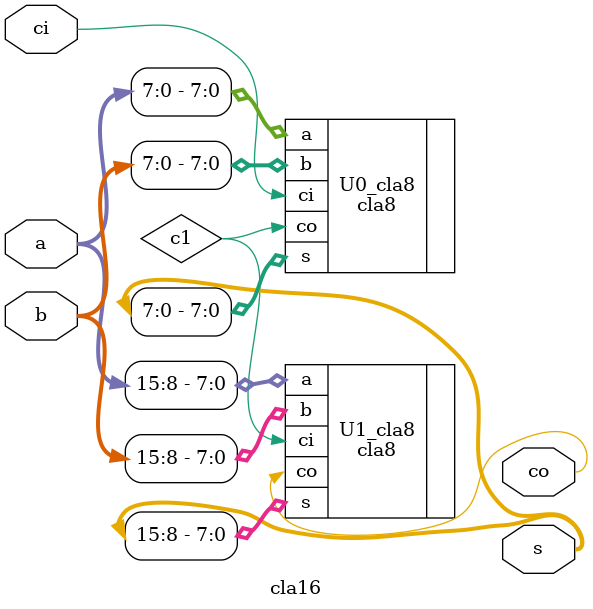
<source format=v>
module cla16(s, co, a, b, ci);
	input [15:0] a, b;
	input ci;
	output [15:0] s;
	output co;
	
	wire c1;
	
	//instances of cla8
	cla8 U0_cla8 (.s(s[7:0]), .co(c1), .a(a[7:0]), .b(b[7:0]), .ci(ci));
	cla8 U1_cla8 (.s(s[15:8]), .co(co), .a(a[15:8]), .b(b[15:8]), .ci(c1));
endmodule 
	
</source>
